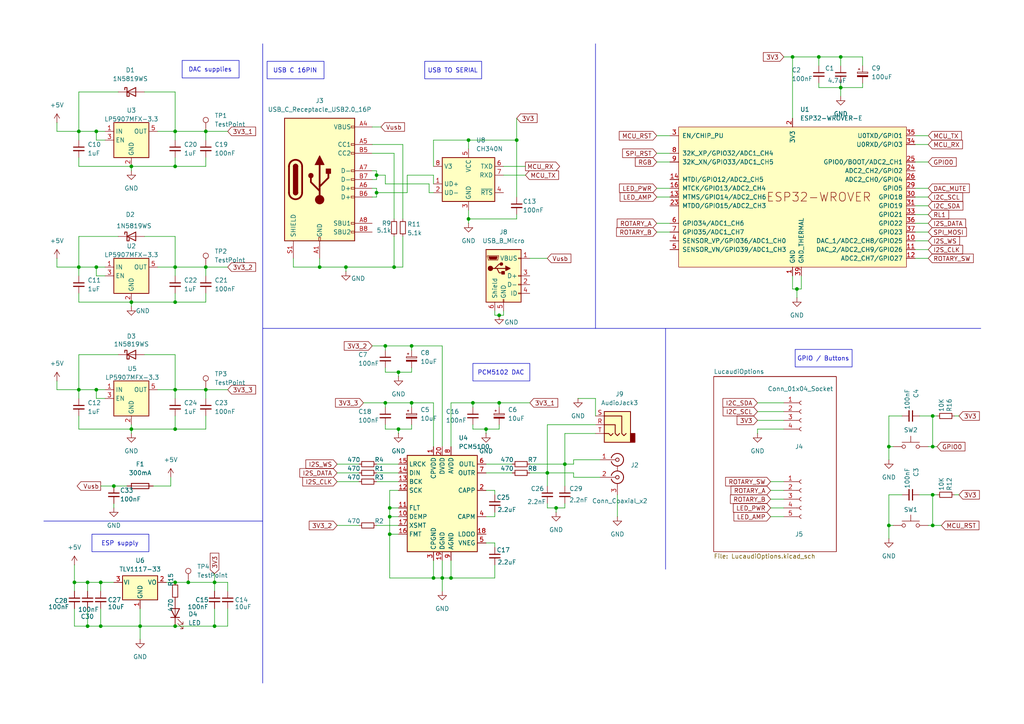
<source format=kicad_sch>
(kicad_sch (version 20231120) (generator "eeschema") (generator_version "8.0")
  (paper "A4")
  (title_block (title "LucaudioESP32") (date "2024-06-14") (rev "0.a") (comment 1 "Esp32 board running squeezelite for audio streaming"))
  (lib_symbols
    (symbol "Audio:PCM5100"
      (property "Reference" "U" (at -10.16 13.97 0))
      (property "Value" "PCM5100" (at 3.81 13.97 0))
      (symbol "PCM5100_1_1"
        (pin passive line (at -2.54 15.24 270) (length 2.54) (name "CPVDD") (number "1"))
        (pin input line (at -12.7 -5.08 0) (length 2.54) (name "DEMP") (number "10"))
        (pin input line (at -12.7 -2.54 0) (length 2.54) (name "FLT") (number "11"))
        (pin input line (at -12.7 2.54 0) (length 2.54) (name "SCK") (number "12"))
        (pin input line (at -12.7 5.08 0) (length 2.54) (name "BCK") (number "13"))
        (pin input line (at -12.7 7.62 0) (length 2.54) (name "DIN") (number "14"))
        (pin input line (at -12.7 10.16 0) (length 2.54) (name "LRCK") (number "15"))
        (pin input line (at -12.7 -10.16 0) (length 2.54) (name "FMT") (number "16"))
        (pin input line (at -12.7 -7.62 0) (length 2.54) (name "XSMT") (number "17"))
        (pin passive line (at 12.7 -10.16 180) (length 2.54) (name "LDOO") (number "18"))
        (pin power_in line (at 0 -17.78 90) (length 2.54) (name "DGND") (number "19"))
        (pin passive line (at 12.7 2.54 180) (length 2.54) (name "CAPP") (number "2"))
        (pin power_in line (at 0 15.24 270) (length 2.54) (name "DVDD") (number "20"))
        (pin power_in line (at -2.54 -17.78 90) (length 2.54) (name "CPGND") (number "3"))
        (pin passive line (at 12.7 -5.08 180) (length 2.54) (name "CAPM") (number "4"))
        (pin passive line (at 12.7 -12.7 180) (length 2.54) (name "VNEG") (number "5"))
        (pin output line (at 12.7 10.16 180) (length 2.54) (name "OUTL") (number "6"))
        (pin output line (at 12.7 7.62 180) (length 2.54) (name "OUTR") (number "7"))
        (pin power_in line (at 2.54 15.24 270) (length 2.54) (name "AVDD") (number "8"))
        (pin power_in line (at 2.54 -17.78 90) (length 2.54) (name "AGND") (number "9"))
      )
    )
    (symbol "Connector:Conn_01x04_Socket" (pin_names (offset 1.016) hide)
      (property "Reference" "J" (at 0 5.08 0))
      (property "Value" "Conn_01x04_Socket" (at 0 -7.62 0))
      (symbol "Conn_01x04_Socket_1_1"
        (pin passive line (at -5.08 2.54 0) (length 3.81) (name "Pin_1") (number "1"))
        (pin passive line (at -5.08 0 0) (length 3.81) (name "Pin_2") (number "2"))
        (pin passive line (at -5.08 -2.54 0) (length 3.81) (name "Pin_3") (number "3"))
        (pin passive line (at -5.08 -5.08 0) (length 3.81) (name "Pin_4") (number "4"))
      )
    )
    (symbol "Connector:Conn_01x05_Socket" (pin_names (offset 1.016) hide)
      (property "Reference" "J" (at 0 7.62 0))
      (property "Value" "Conn_01x05_Socket" (at 0 -7.62 0))
      (symbol "Conn_01x05_Socket_1_1"
        (pin passive line (at -5.08 5.08 0) (length 3.81) (name "Pin_1") (number "1"))
        (pin passive line (at -5.08 2.54 0) (length 3.81) (name "Pin_2") (number "2"))
        (pin passive line (at -5.08 0 0) (length 3.81) (name "Pin_3") (number "3"))
        (pin passive line (at -5.08 -2.54 0) (length 3.81) (name "Pin_4") (number "4"))
        (pin passive line (at -5.08 -5.08 0) (length 3.81) (name "Pin_5") (number "5"))
      )
    )
    (symbol "Connector:Conn_Coaxial_x2" (pin_names (offset 1.016) hide)
      (property "Reference" "J" (at 0 5.715 0))
      (property "Value" "Conn_Coaxial_x2" (at 2.921 0 90))
      (symbol "Conn_Coaxial_x2_1_1"
        (pin passive line (at -5.08 2.54 0) (length 2.54) (name "IN1") (number "1"))
        (pin passive line (at -5.08 -2.54 0) (length 2.54) (name "IN2") (number "2"))
        (pin passive line (at 0 -7.62 90) (length 2.54) (name "EXT") (number "3"))
      )
    )
    (symbol "Connector:TestPoint" (pin_numbers hide) (pin_names (offset 0.762) hide)
      (property "Reference" "TP" (at 0 6.858 0))
      (property "Value" "TestPoint" (at 0 5.08 0))
      (symbol "TestPoint_1_1"
        (pin passive line (at 0 0 90) (length 2.54) (name "1") (number "1"))
      )
    )
    (symbol "Connector:USB_B_Micro" (pin_names (offset 1.016))
      (property "Reference" "J" (at -5.08 11.43 0))
      (property "Value" "USB_B_Micro" (at -5.08 8.89 0))
      (symbol "USB_B_Micro_1_1"
        (pin power_out line (at 7.62 5.08 180) (length 2.54) (name "VBUS") (number "1"))
        (pin bidirectional line (at 7.62 -2.54 180) (length 2.54) (name "D-") (number "2"))
        (pin bidirectional line (at 7.62 0 180) (length 2.54) (name "D+") (number "3"))
        (pin passive line (at 7.62 -5.08 180) (length 2.54) (name "ID") (number "4"))
        (pin power_out line (at 0 -10.16 90) (length 2.54) (name "GND") (number "5"))
        (pin passive line (at -2.54 -10.16 90) (length 2.54) (name "Shield") (number "6"))
      )
    )
    (symbol "Connector:USB_C_Receptacle_USB2.0_16P" (pin_names (offset 1.016))
      (property "Reference" "J" (at 0 22.225 0))
      (property "Value" "USB_C_Receptacle_USB2.0_16P" (at 0 19.685 0))
      (symbol "USB_C_Receptacle_USB2.0_16P_1_1"
        (pin passive line (at 0 -22.86 90) (length 5.08) (name "GND") (number "A1"))
        (pin passive line (at 0 -22.86 90) (length 5.08) hide (name "GND") (number "A12"))
        (pin passive line (at 15.24 15.24 180) (length 5.08) (name "VBUS") (number "A4"))
        (pin bidirectional line (at 15.24 10.16 180) (length 5.08) (name "CC1") (number "A5"))
        (pin bidirectional line (at 15.24 -2.54 180) (length 5.08) (name "D+") (number "A6"))
        (pin bidirectional line (at 15.24 2.54 180) (length 5.08) (name "D-") (number "A7"))
        (pin bidirectional line (at 15.24 -12.7 180) (length 5.08) (name "SBU1") (number "A8"))
        (pin passive line (at 15.24 15.24 180) (length 5.08) hide (name "VBUS") (number "A9"))
        (pin passive line (at 0 -22.86 90) (length 5.08) hide (name "GND") (number "B1"))
        (pin passive line (at 0 -22.86 90) (length 5.08) hide (name "GND") (number "B12"))
        (pin passive line (at 15.24 15.24 180) (length 5.08) hide (name "VBUS") (number "B4"))
        (pin bidirectional line (at 15.24 7.62 180) (length 5.08) (name "CC2") (number "B5"))
        (pin bidirectional line (at 15.24 -5.08 180) (length 5.08) (name "D+") (number "B6"))
        (pin bidirectional line (at 15.24 0 180) (length 5.08) (name "D-") (number "B7"))
        (pin bidirectional line (at 15.24 -15.24 180) (length 5.08) (name "SBU2") (number "B8"))
        (pin passive line (at 15.24 15.24 180) (length 5.08) hide (name "VBUS") (number "B9"))
        (pin passive line (at -7.62 -22.86 90) (length 5.08) (name "SHIELD") (number "S1"))
      )
    )
    (symbol "Connector_Audio:AudioJack3"
      (property "Reference" "J" (at 0 8.89 0))
      (property "Value" "AudioJack3" (at 0 6.35 0))
      (symbol "AudioJack3_1_1"
        (pin passive line (at 5.08 0 180) (length 2.54) (name "~") (number "R"))
        (pin passive line (at 5.08 2.54 180) (length 2.54) (name "~") (number "S"))
        (pin passive line (at 5.08 -2.54 180) (length 2.54) (name "~") (number "T"))
      )
    )
    (symbol "Device:C_Polarized_Small" (pin_numbers hide) (pin_names (offset 0.254) hide)
      (property "Reference" "C" (at 0.254 1.778 0))
      (property "Value" "C_Polarized_Small" (at 0.254 -2.032 0))
      (symbol "C_Polarized_Small_1_1"
        (pin passive line (at 0 2.54 270) (length 1.8542) (name "~") (number "1"))
        (pin passive line (at 0 -2.54 90) (length 1.8542) (name "~") (number "2"))
      )
    )
    (symbol "Device:C_Small" (pin_numbers hide) (pin_names (offset 0.254) hide)
      (property "Reference" "C" (at 0.254 1.778 0))
      (property "Value" "C_Small" (at 0.254 -2.032 0))
      (symbol "C_Small_1_1"
        (pin passive line (at 0 2.54 270) (length 2.032) (name "~") (number "1"))
        (pin passive line (at 0 -2.54 90) (length 2.032) (name "~") (number "2"))
      )
    )
    (symbol "Device:Fuse" (pin_numbers hide) (pin_names (offset 0))
      (property "Reference" "F" (at 2.032 0 90))
      (property "Value" "Fuse" (at -1.905 0 90))
      (symbol "Fuse_1_1"
        (pin passive line (at 0 3.81 270) (length 1.27) (name "~") (number "1"))
        (pin passive line (at 0 -3.81 90) (length 1.27) (name "~") (number "2"))
      )
    )
    (symbol "Device:LED" (pin_numbers hide) (pin_names (offset 1.016) hide)
      (property "Reference" "D" (at 0 2.54 0))
      (property "Value" "LED" (at 0 -2.54 0))
      (symbol "LED_1_1"
        (pin passive line (at -3.81 0 0) (length 2.54) (name "K") (number "1"))
        (pin passive line (at 3.81 0 180) (length 2.54) (name "A") (number "2"))
      )
    )
    (symbol "Device:R_Small" (pin_numbers hide) (pin_names (offset 0.254) hide)
      (property "Reference" "R" (at 0.762 0.508 0))
      (property "Value" "R_Small" (at 0.762 -1.016 0))
      (symbol "R_Small_1_1"
        (pin passive line (at 0 2.54 270) (length 0.762) (name "~") (number "1"))
        (pin passive line (at 0 -2.54 90) (length 0.762) (name "~") (number "2"))
      )
    )
    (symbol "Diode:1N5819WS" (pin_numbers hide) (pin_names (offset 1.016) hide)
      (property "Reference" "D" (at 0 2.54 0))
      (property "Value" "1N5819WS" (at 0 -2.54 0))
      (symbol "1N5819WS_1_1"
        (pin passive line (at -3.81 0 0) (length 2.54) (name "K") (number "1"))
        (pin passive line (at 3.81 0 180) (length 2.54) (name "A") (number "2"))
      )
    )
    (symbol "Espressif:ESP32-WROVER-E" (pin_names (offset 1.016))
      (property "Reference" "U1" (at 2.1941 25.4 0))
      (property "Value" "ESP32-WROVER-E" (at 2.1941 22.86 0))
      (symbol "ESP32-WROVER-E_1_1"
        (text "ESP32-­WROVER" (at 7.62 0 0) (effects (font (size 2.54 2.54))))
        (pin power_in line (at 0 -22.86 90) (length 2.54) (name "GND") (number "1"))
        (pin bidirectional line (at 35.56 -12.7 180) (length 2.54) (name "DAC_1/ADC2_CH8/GPIO25") (number "10"))
        (pin bidirectional line (at 35.56 -15.24 180) (length 2.54) (name "DAC_2/ADC2_CH9/GPIO26") (number "11"))
        (pin bidirectional line (at 35.56 -17.78 180) (length 2.54) (name "ADC2_CH7/GPIO27") (number "12"))
        (pin bidirectional line (at -35.56 0 0) (length 2.54) (name "MTMS/GPIO14/ADC2_CH6") (number "13"))
        (pin bidirectional line (at -35.56 5.08 0) (length 2.54) (name "MTDI/GPIO12/ADC2_CH5") (number "14"))
        (pin passive line (at 0 -22.86 90) (length 2.54) hide (name "GND") (number "15"))
        (pin bidirectional line (at -35.56 2.54 0) (length 2.54) (name "MTCK/GPIO13/ADC2_CH4") (number "16"))
        (pin no_connect line (at -29.21 -22.86 90) (length 2.54) hide (name "NC") (number "17"))
        (pin no_connect line (at -8.89 -22.86 90) (length 2.54) hide (name "NC") (number "18"))
        (pin no_connect line (at -26.67 -22.86 90) (length 2.54) hide (name "NC") (number "19"))
        (pin power_in line (at 0 22.86 270) (length 2.54) (name "3V3") (number "2"))
        (pin no_connect line (at -24.13 -22.86 90) (length 2.54) hide (name "NC") (number "20"))
        (pin no_connect line (at -11.43 -22.86 90) (length 2.54) hide (name "NC") (number "21"))
        (pin no_connect line (at -13.97 -22.86 90) (length 2.54) hide (name "NC") (number "22"))
        (pin bidirectional line (at -35.56 -2.54 0) (length 2.54) (name "MTDO/GPIO15/ADC2_CH3") (number "23"))
        (pin bidirectional line (at 35.56 7.62 180) (length 2.54) (name "ADC2_CH2/GPIO2") (number "24"))
        (pin bidirectional line (at 35.56 10.16 180) (length 2.54) (name "GPIO0/BOOT/ADC2_CH1") (number "25"))
        (pin bidirectional line (at 35.56 5.08 180) (length 2.54) (name "ADC2_CH0/GPIO4") (number "26"))
        (pin no_connect line (at -16.51 -22.86 90) (length 2.54) hide (name "NC") (number "27"))
        (pin no_connect line (at -19.05 -22.86 90) (length 2.54) hide (name "NC") (number "28"))
        (pin bidirectional line (at 35.56 2.54 180) (length 2.54) (name "GPIO5") (number "29"))
        (pin input line (at -35.56 17.78 0) (length 2.54) (name "EN/CHIP_PU") (number "3"))
        (pin bidirectional line (at 35.56 0 180) (length 2.54) (name "GPIO18") (number "30"))
        (pin bidirectional line (at 35.56 -2.54 180) (length 2.54) (name "GPIO19") (number "31"))
        (pin no_connect line (at -21.59 -22.86 90) (length 2.54) hide (name "NC") (number "32"))
        (pin bidirectional line (at 35.56 -5.08 180) (length 2.54) (name "GPIO21") (number "33"))
        (pin bidirectional line (at 35.56 15.24 180) (length 2.54) (name "U0RXD/GPIO3") (number "34"))
        (pin bidirectional line (at 35.56 17.78 180) (length 2.54) (name "U0TXD/GPIO1") (number "35"))
        (pin bidirectional line (at 35.56 -7.62 180) (length 2.54) (name "GPIO22") (number "36"))
        (pin bidirectional line (at 35.56 -10.16 180) (length 2.54) (name "GPIO23") (number "37"))
        (pin passive line (at 0 -22.86 90) (length 2.54) hide (name "GND") (number "38"))
        (pin power_in line (at 2.54 -22.86 90) (length 2.54) (name "GND_THERMAL") (number "39"))
        (pin input line (at -35.56 -12.7 0) (length 2.54) (name "SENSOR_VP/GPIO36/ADC1_CH0") (number "4"))
        (pin input line (at -35.56 -15.24 0) (length 2.54) (name "SENSOR_VN/GPIO39/ADC1_CH3") (number "5"))
        (pin input line (at -35.56 -7.62 0) (length 2.54) (name "GPIO34/ADC1_CH6") (number "6"))
        (pin input line (at -35.56 -10.16 0) (length 2.54) (name "GPIO35/ADC1_CH7") (number "7"))
        (pin bidirectional line (at -35.56 12.7 0) (length 2.54) (name "32K_XP/GPIO32/ADC1_CH4") (number "8"))
        (pin bidirectional line (at -35.56 10.16 0) (length 2.54) (name "32K_XN/GPIO33/ADC1_CH5") (number "9"))
      )
    )
    (symbol "Interface_USB:CH340N"
      (property "Reference" "U" (at -7.62 6.35 0))
      (property "Value" "CH340N" (at 7.62 6.35 0))
      (symbol "CH340N_1_1"
        (pin bidirectional line (at -10.16 -2.54 0) (length 2.54) (name "UD+") (number "1"))
        (pin bidirectional line (at -10.16 -5.08 0) (length 2.54) (name "UD-") (number "2"))
        (pin power_in line (at 0 -10.16 90) (length 2.54) (name "GND") (number "3"))
        (pin output line (at 10.16 -5.08 180) (length 2.54) (name "~{RTS}") (number "4"))
        (pin power_in line (at 0 7.62 270) (length 2.54) (name "VCC") (number "5"))
        (pin output line (at 10.16 2.54 180) (length 2.54) (name "TXD") (number "6"))
        (pin input line (at 10.16 0 180) (length 2.54) (name "RXD") (number "7"))
        (pin passive line (at -10.16 2.54 0) (length 2.54) (name "V3") (number "8"))
      )
    )
    (symbol "Regulator_Linear:LP5907MFX-3.3"
      (property "Reference" "U" (at -3.81 6.35 0))
      (property "Value" "LP5907MFX-3.3" (at 6.35 6.35 0))
      (symbol "LP5907MFX-3.3_0_1"
        (pin power_in line (at -7.62 2.54 0) (length 2.54) (name "IN") (number "1"))
        (pin power_in line (at 0 -7.62 90) (length 2.54) (name "GND") (number "2"))
        (pin input line (at -7.62 0 0) (length 2.54) (name "EN") (number "3"))
        (pin no_connect line (at 5.08 0 180) (length 2.54) hide (name "NC") (number "4"))
        (pin power_out line (at 7.62 2.54 180) (length 2.54) (name "OUT") (number "5"))
      )
    )
    (symbol "Regulator_Linear:TLV1117-33" (pin_names (offset 0.254))
      (property "Reference" "U" (at -3.81 3.175 0))
      (property "Value" "TLV1117-33" (at 0 3.175 0))
      (symbol "TLV1117-33_1_1"
        (pin power_in line (at 0 -7.62 90) (length 2.54) (name "GND") (number "1"))
        (pin power_out line (at 7.62 0 180) (length 2.54) (name "VO") (number "2"))
        (pin power_in line (at -7.62 0 0) (length 2.54) (name "VI") (number "3"))
      )
    )
    (symbol "Switch:SW_Omron_B3FS" (pin_numbers hide) (pin_names (offset 1.016) hide)
      (property "Reference" "SW" (at 1.27 2.54 0))
      (property "Value" "SW_Omron_B3FS" (at 0 -1.524 0))
      (symbol "SW_Omron_B3FS_0_1"
        (pin passive line (at -5.08 0 0) (length 2.54) (name "1") (number "1"))
        (pin passive line (at 5.08 0 180) (length 2.54) (name "2") (number "2"))
      )
    )
    (symbol "power:+5V" (power) (pin_numbers hide) (pin_names (offset 0) hide)
      (property "Value" "+5V" (at 0 3.556 0))
      (symbol "+5V_1_1"
        (pin power_in line (at 0 0 90) (length 0) (name "~") (number "1"))
      )
    )
    (symbol "power:GND" (power) (pin_numbers hide) (pin_names (offset 0) hide)
      (property "Value" "GND" (at 0 -3.81 0))
      (symbol "GND_1_1"
        (pin power_in line (at 0 0 270) (length 0) (name "~") (number "1"))
      )
    )
  )
  (junction (at 62.23 168.91))
  (junction (at 50.8 181.61))
  (junction (at 38.1 48.26))
  (junction (at 111.76 116.84))
  (junction (at 59.69 38.1))
  (junction (at 128.27 167.64))
  (junction (at 130.81 167.64))
  (junction (at 50.8 48.26))
  (junction (at 113.03 149.86))
  (junction (at 100.33 77.47))
  (junction (at 54.61 168.91))
  (junction (at 109.22 55.88))
  (junction (at 144.78 91.44))
  (junction (at 22.86 113.03))
  (junction (at 229.87 16.51))
  (junction (at 25.4 168.91))
  (junction (at 33.02 140.97))
  (junction (at 50.8 124.46))
  (junction (at 270.51 120.65))
  (junction (at 21.59 168.91))
  (junction (at 50.8 77.47))
  (junction (at 158.75 137.16))
  (junction (at 137.16 116.84))
  (junction (at 50.8 113.03))
  (junction (at 270.51 129.54))
  (junction (at 27.94 113.03))
  (junction (at 38.1 124.46))
  (junction (at 119.38 116.84))
  (junction (at 243.84 16.51))
  (junction (at 59.69 77.47))
  (junction (at 62.23 181.61))
  (junction (at 111.76 100.33))
  (junction (at 161.29 147.32))
  (junction (at 59.69 113.03))
  (junction (at 115.57 107.95))
  (junction (at 40.64 181.61))
  (junction (at 29.21 181.61))
  (junction (at 125.73 167.64))
  (junction (at 149.86 40.64))
  (junction (at 243.84 25.4))
  (junction (at 119.38 100.33))
  (junction (at 257.81 152.4))
  (junction (at 109.22 50.8))
  (junction (at 270.51 152.4))
  (junction (at 92.71 77.47))
  (junction (at 27.94 77.47))
  (junction (at 113.03 147.32))
  (junction (at 257.81 129.54))
  (junction (at 50.8 87.63))
  (junction (at 270.51 143.51))
  (junction (at 115.57 124.46))
  (junction (at 113.03 154.94))
  (junction (at 22.86 77.47))
  (junction (at 114.3 77.47))
  (junction (at 22.86 38.1))
  (junction (at 50.8 38.1))
  (junction (at 38.1 87.63))
  (junction (at 27.94 38.1))
  (junction (at 50.8 168.91))
  (junction (at 144.78 116.84))
  (junction (at 135.89 63.5))
  (junction (at 163.83 134.62))
  (junction (at 237.49 16.51))
  (junction (at 29.21 168.91))
  (junction (at 25.4 181.61))
  (junction (at 135.89 40.64))
  (junction (at 231.14 83.82))
  (junction (at 140.97 124.46))
  (wire (pts (xy 29.21 181.61) (xy 25.4 181.61)))
  (wire (pts (xy 243.84 16.51) (xy 237.49 16.51)))
  (wire (pts (xy 265.43 54.61) (xy 269.24 54.61)))
  (wire (pts (xy 143.51 157.48) (xy 143.51 158.75)))
  (wire (pts (xy 144.78 123.19) (xy 144.78 124.46)))
  (wire (pts (xy 29.21 140.97) (xy 33.02 140.97)))
  (wire (pts (xy 237.49 19.05) (xy 237.49 16.51)))
  (wire (pts (xy 107.95 54.61) (xy 109.22 54.61)))
  (wire (pts (xy 50.8 68.58) (xy 50.8 77.47)))
  (wire (pts (xy 119.38 116.84) (xy 119.38 118.11)))
  (wire (pts (xy 34.29 26.67) (xy 22.86 26.67)))
  (wire (pts (xy 173.99 138.43) (xy 166.37 138.43)))
  (wire (pts (xy 66.04 168.91) (xy 66.04 171.45)))
  (wire (pts (xy 85.09 77.47) (xy 92.71 77.47)))
  (wire (pts (xy 190.5 44.45) (xy 194.31 44.45)))
  (wire (pts (xy 158.75 137.16) (xy 166.37 137.16)))
  (wire (pts (xy 109.22 137.16) (xy 115.57 137.16)))
  (wire (pts (xy 137.16 123.19) (xy 137.16 124.46)))
  (wire (pts (xy 30.48 40.64) (xy 27.94 40.64)))
  (wire (pts (xy 140.97 137.16) (xy 148.59 137.16)))
  (wire (pts (xy 265.43 39.37) (xy 269.24 39.37)))
  (wire (pts (xy 227.33 149.86) (xy 223.52 149.86)))
  (wire (pts (xy 111.76 53.34) (xy 124.46 53.34)))
  (wire (pts (xy 119.38 107.95) (xy 115.57 107.95)))
  (wire (pts (xy 27.94 80.01) (xy 27.94 77.47)))
  (wire (pts (xy 190.5 46.99) (xy 194.31 46.99)))
  (wire (pts (xy 38.1 124.46) (xy 38.1 125.73)))
  (wire (pts (xy 149.86 63.5) (xy 135.89 63.5)))
  (wire (pts (xy 137.16 116.84) (xy 130.81 116.84)))
  (wire (pts (xy 153.67 134.62) (xy 163.83 134.62)))
  (wire (pts (xy 114.3 68.58) (xy 114.3 77.47)))
  (wire (pts (xy 50.8 26.67) (xy 50.8 38.1)))
  (polyline (pts (xy 172.72 12.7) (xy 172.72 95.25)))
  (wire (pts (xy 113.03 149.86) (xy 113.03 147.32)))
  (wire (pts (xy 29.21 168.91) (xy 25.4 168.91)))
  (wire (pts (xy 34.29 68.58) (xy 22.86 68.58)))
  (wire (pts (xy 59.69 120.65) (xy 59.69 124.46)))
  (wire (pts (xy 257.81 152.4) (xy 259.08 152.4)))
  (wire (pts (xy 237.49 24.13) (xy 237.49 25.4)))
  (wire (pts (xy 128.27 100.33) (xy 128.27 129.54)))
  (wire (pts (xy 59.69 115.57) (xy 59.69 113.03)))
  (wire (pts (xy 153.67 116.84) (xy 144.78 116.84)))
  (wire (pts (xy 22.86 48.26) (xy 38.1 48.26)))
  (wire (pts (xy 41.91 26.67) (xy 50.8 26.67)))
  (wire (pts (xy 66.04 176.53) (xy 66.04 181.61)))
  (wire (pts (xy 40.64 181.61) (xy 50.8 181.61)))
  (wire (pts (xy 59.69 45.72) (xy 59.69 48.26)))
  (wire (pts (xy 135.89 60.96) (xy 135.89 63.5)))
  (wire (pts (xy 219.71 124.46) (xy 227.33 124.46)))
  (wire (pts (xy 144.78 116.84) (xy 137.16 116.84)))
  (wire (pts (xy 22.86 45.72) (xy 22.86 48.26)))
  (wire (pts (xy 229.87 16.51) (xy 229.87 34.29)))
  (wire (pts (xy 243.84 24.13) (xy 243.84 25.4)))
  (wire (pts (xy 143.51 163.83) (xy 143.51 167.64)))
  (wire (pts (xy 50.8 48.26) (xy 50.8 45.72)))
  (wire (pts (xy 97.79 139.7) (xy 104.14 139.7)))
  (wire (pts (xy 54.61 168.91) (xy 62.23 168.91)))
  (wire (pts (xy 172.72 125.73) (xy 163.83 125.73)))
  (wire (pts (xy 33.02 140.97) (xy 36.83 140.97)))
  (wire (pts (xy 59.69 40.64) (xy 59.69 38.1)))
  (wire (pts (xy 237.49 25.4) (xy 243.84 25.4)))
  (wire (pts (xy 232.41 80.01) (xy 232.41 83.82)))
  (wire (pts (xy 143.51 148.59) (xy 143.51 149.86)))
  (wire (pts (xy 111.76 116.84) (xy 111.76 118.11)))
  (wire (pts (xy 130.81 116.84) (xy 130.81 129.54)))
  (wire (pts (xy 115.57 125.73) (xy 115.57 124.46)))
  (wire (pts (xy 143.51 142.24) (xy 140.97 142.24)))
  (wire (pts (xy 59.69 38.1) (xy 66.04 38.1)))
  (wire (pts (xy 109.22 55.88) (xy 109.22 57.15)))
  (wire (pts (xy 144.78 91.44) (xy 143.51 91.44)))
  (wire (pts (xy 231.14 83.82) (xy 231.14 86.36)))
  (wire (pts (xy 250.19 19.05) (xy 250.19 16.51)))
  (wire (pts (xy 44.45 140.97) (xy 49.53 140.97)))
  (wire (pts (xy 113.03 154.94) (xy 113.03 149.86)))
  (wire (pts (xy 29.21 168.91) (xy 29.21 171.45)))
  (wire (pts (xy 143.51 167.64) (xy 130.81 167.64)))
  (wire (pts (xy 119.38 106.68) (xy 119.38 107.95)))
  (wire (pts (xy 265.43 41.91) (xy 269.24 41.91)))
  (wire (pts (xy 265.43 57.15) (xy 269.24 57.15)))
  (wire (pts (xy 109.22 55.88) (xy 118.11 55.88)))
  (polyline (pts (xy 76.2 151.13) (xy 76.2 198.12)))
  (wire (pts (xy 125.73 167.64) (xy 128.27 167.64)))
  (wire (pts (xy 59.69 77.47) (xy 59.69 80.01)))
  (wire (pts (xy 219.71 124.46) (xy 219.71 125.73)))
  (wire (pts (xy 229.87 83.82) (xy 231.14 83.82)))
  (wire (pts (xy 30.48 80.01) (xy 27.94 80.01)))
  (wire (pts (xy 111.76 100.33) (xy 111.76 101.6)))
  (wire (pts (xy 21.59 181.61) (xy 25.4 181.61)))
  (wire (pts (xy 97.79 134.62) (xy 104.14 134.62)))
  (wire (pts (xy 41.91 68.58) (xy 50.8 68.58)))
  (wire (pts (xy 111.76 107.95) (xy 115.57 107.95)))
  (wire (pts (xy 114.3 44.45) (xy 107.95 44.45)))
  (wire (pts (xy 161.29 147.32) (xy 158.75 147.32)))
  (wire (pts (xy 257.81 120.65) (xy 257.81 129.54)))
  (wire (pts (xy 22.86 113.03) (xy 22.86 115.57)))
  (wire (pts (xy 22.86 38.1) (xy 22.86 40.64)))
  (wire (pts (xy 109.22 50.8) (xy 109.22 52.07)))
  (wire (pts (xy 135.89 63.5) (xy 135.89 64.77)))
  (wire (pts (xy 167.64 115.57) (xy 172.72 115.57)))
  (wire (pts (xy 111.76 100.33) (xy 119.38 100.33)))
  (wire (pts (xy 137.16 116.84) (xy 137.16 118.11)))
  (wire (pts (xy 166.37 138.43) (xy 166.37 137.16)))
  (wire (pts (xy 125.73 48.26) (xy 125.73 40.64)))
  (wire (pts (xy 50.8 40.64) (xy 50.8 38.1)))
  (wire (pts (xy 92.71 77.47) (xy 92.71 74.93)))
  (wire (pts (xy 172.72 115.57) (xy 172.72 120.65)))
  (wire (pts (xy 116.84 41.91) (xy 107.95 41.91)))
  (wire (pts (xy 227.33 116.84) (xy 219.71 116.84)))
  (wire (pts (xy 22.86 77.47) (xy 27.94 77.47)))
  (wire (pts (xy 161.29 148.59) (xy 161.29 147.32)))
  (wire (pts (xy 85.09 74.93) (xy 85.09 77.47)))
  (wire (pts (xy 116.84 63.5) (xy 116.84 41.91)))
  (wire (pts (xy 100.33 77.47) (xy 92.71 77.47)))
  (wire (pts (xy 50.8 87.63) (xy 38.1 87.63)))
  (wire (pts (xy 190.5 57.15) (xy 194.31 57.15)))
  (wire (pts (xy 163.83 134.62) (xy 163.83 140.97)))
  (wire (pts (xy 265.43 69.85) (xy 269.24 69.85)))
  (wire (pts (xy 109.22 52.07) (xy 107.95 52.07)))
  (wire (pts (xy 124.46 55.88) (xy 125.73 55.88)))
  (wire (pts (xy 227.33 147.32) (xy 223.52 147.32)))
  (wire (pts (xy 158.75 137.16) (xy 158.75 140.97)))
  (wire (pts (xy 49.53 138.43) (xy 49.53 140.97)))
  (wire (pts (xy 25.4 168.91) (xy 21.59 168.91)))
  (wire (pts (xy 276.86 143.51) (xy 278.13 143.51)))
  (wire (pts (xy 232.41 83.82) (xy 231.14 83.82)))
  (polyline (pts (xy 76.2 95.25) (xy 284.48 95.25)))
  (wire (pts (xy 190.5 54.61) (xy 194.31 54.61)))
  (wire (pts (xy 265.43 59.69) (xy 269.24 59.69)))
  (wire (pts (xy 270.51 120.65) (xy 270.51 129.54)))
  (wire (pts (xy 21.59 168.91) (xy 21.59 163.83)))
  (wire (pts (xy 163.83 147.32) (xy 161.29 147.32)))
  (wire (pts (xy 16.51 35.56) (xy 16.51 38.1)))
  (wire (pts (xy 109.22 134.62) (xy 115.57 134.62)))
  (wire (pts (xy 128.27 162.56) (xy 128.27 167.64)))
  (wire (pts (xy 45.72 38.1) (xy 50.8 38.1)))
  (wire (pts (xy 190.5 67.31) (xy 194.31 67.31)))
  (wire (pts (xy 22.86 87.63) (xy 38.1 87.63)))
  (wire (pts (xy 130.81 162.56) (xy 130.81 167.64)))
  (polyline (pts (xy 76.2 12.7) (xy 76.2 151.13)))
  (wire (pts (xy 50.8 77.47) (xy 59.69 77.47)))
  (wire (pts (xy 59.69 85.09) (xy 59.69 87.63)))
  (wire (pts (xy 111.76 124.46) (xy 111.76 123.19)))
  (wire (pts (xy 116.84 68.58) (xy 116.84 77.47)))
  (wire (pts (xy 109.22 49.53) (xy 109.22 50.8)))
  (wire (pts (xy 250.19 25.4) (xy 250.19 24.13)))
  (wire (pts (xy 34.29 102.87) (xy 22.86 102.87)))
  (wire (pts (xy 59.69 113.03) (xy 50.8 113.03)))
  (wire (pts (xy 119.38 116.84) (xy 125.73 116.84)))
  (wire (pts (xy 111.76 50.8) (xy 111.76 53.34)))
  (wire (pts (xy 270.51 152.4) (xy 273.05 152.4)))
  (wire (pts (xy 140.97 134.62) (xy 148.59 134.62)))
  (wire (pts (xy 113.03 142.24) (xy 113.03 147.32)))
  (wire (pts (xy 38.1 48.26) (xy 50.8 48.26)))
  (wire (pts (xy 250.19 16.51) (xy 243.84 16.51)))
  (wire (pts (xy 243.84 25.4) (xy 250.19 25.4)))
  (wire (pts (xy 261.62 120.65) (xy 257.81 120.65)))
  (wire (pts (xy 16.51 77.47) (xy 22.86 77.47)))
  (wire (pts (xy 109.22 139.7) (xy 115.57 139.7)))
  (wire (pts (xy 59.69 124.46) (xy 50.8 124.46)))
  (wire (pts (xy 270.51 143.51) (xy 271.78 143.51)))
  (wire (pts (xy 143.51 91.44) (xy 143.51 90.17)))
  (wire (pts (xy 22.86 85.09) (xy 22.86 87.63)))
  (wire (pts (xy 265.43 72.39) (xy 269.24 72.39)))
  (wire (pts (xy 22.86 38.1) (xy 27.94 38.1)))
  (wire (pts (xy 143.51 143.51) (xy 143.51 142.24)))
  (wire (pts (xy 144.78 116.84) (xy 144.78 118.11)))
  (wire (pts (xy 223.52 139.7) (xy 227.33 139.7)))
  (wire (pts (xy 115.57 142.24) (xy 113.03 142.24)))
  (wire (pts (xy 125.73 116.84) (xy 125.73 129.54)))
  (wire (pts (xy 270.51 143.51) (xy 270.51 152.4)))
  (wire (pts (xy 113.03 147.32) (xy 115.57 147.32)))
  (wire (pts (xy 50.8 38.1) (xy 59.69 38.1)))
  (polyline (pts (xy 193.04 95.25) (xy 193.04 165.1)))
  (wire (pts (xy 41.91 102.87) (xy 50.8 102.87)))
  (wire (pts (xy 107.95 49.53) (xy 109.22 49.53)))
  (wire (pts (xy 158.75 147.32) (xy 158.75 146.05)))
  (wire (pts (xy 163.83 146.05) (xy 163.83 147.32)))
  (wire (pts (xy 109.22 54.61) (xy 109.22 55.88)))
  (wire (pts (xy 113.03 167.64) (xy 125.73 167.64)))
  (wire (pts (xy 22.86 26.67) (xy 22.86 38.1)))
  (wire (pts (xy 38.1 48.26) (xy 38.1 49.53)))
  (wire (pts (xy 109.22 50.8) (xy 111.76 50.8)))
  (wire (pts (xy 109.22 152.4) (xy 115.57 152.4)))
  (wire (pts (xy 158.75 74.93) (xy 153.67 74.93)))
  (wire (pts (xy 22.86 120.65) (xy 22.86 124.46)))
  (wire (pts (xy 62.23 168.91) (xy 62.23 171.45)))
  (wire (pts (xy 50.8 124.46) (xy 38.1 124.46)))
  (wire (pts (xy 48.26 168.91) (xy 50.8 168.91)))
  (wire (pts (xy 59.69 77.47) (xy 66.04 77.47)))
  (wire (pts (xy 45.72 113.03) (xy 50.8 113.03)))
  (wire (pts (xy 116.84 77.47) (xy 114.3 77.47)))
  (wire (pts (xy 257.81 129.54) (xy 259.08 129.54)))
  (wire (pts (xy 149.86 34.29) (xy 149.86 40.64)))
  (wire (pts (xy 257.81 156.21) (xy 257.81 152.4)))
  (wire (pts (xy 140.97 157.48) (xy 143.51 157.48)))
  (wire (pts (xy 125.73 40.64) (xy 135.89 40.64)))
  (wire (pts (xy 229.87 80.01) (xy 229.87 83.82)))
  (wire (pts (xy 130.81 167.64) (xy 128.27 167.64)))
  (wire (pts (xy 38.1 87.63) (xy 38.1 88.9)))
  (wire (pts (xy 140.97 124.46) (xy 140.97 125.73)))
  (wire (pts (xy 107.95 36.83) (xy 110.49 36.83)))
  (wire (pts (xy 16.51 38.1) (xy 22.86 38.1)))
  (wire (pts (xy 25.4 168.91) (xy 25.4 171.45)))
  (wire (pts (xy 243.84 19.05) (xy 243.84 16.51)))
  (wire (pts (xy 146.05 91.44) (xy 144.78 91.44)))
  (wire (pts (xy 50.8 181.61) (xy 62.23 181.61)))
  (wire (pts (xy 227.33 119.38) (xy 219.71 119.38)))
  (wire (pts (xy 265.43 62.23) (xy 269.24 62.23)))
  (wire (pts (xy 50.8 168.91) (xy 54.61 168.91)))
  (polyline (pts (xy 12.7 151.13) (xy 76.2 151.13)))
  (wire (pts (xy 16.51 74.93) (xy 16.51 77.47)))
  (wire (pts (xy 111.76 106.68) (xy 111.76 107.95)))
  (wire (pts (xy 276.86 120.65) (xy 278.13 120.65)))
  (wire (pts (xy 33.02 168.91) (xy 29.21 168.91)))
  (wire (pts (xy 40.64 176.53) (xy 40.64 181.61)))
  (wire (pts (xy 50.8 85.09) (xy 50.8 87.63)))
  (wire (pts (xy 97.79 152.4) (xy 104.14 152.4)))
  (wire (pts (xy 27.94 38.1) (xy 30.48 38.1)))
  (wire (pts (xy 27.94 113.03) (xy 30.48 113.03)))
  (wire (pts (xy 261.62 143.51) (xy 257.81 143.51)))
  (wire (pts (xy 59.69 87.63) (xy 50.8 87.63)))
  (wire (pts (xy 227.33 16.51) (xy 229.87 16.51)))
  (wire (pts (xy 111.76 116.84) (xy 119.38 116.84)))
  (wire (pts (xy 128.27 167.64) (xy 128.27 171.45)))
  (wire (pts (xy 269.24 46.99) (xy 265.43 46.99)))
  (wire (pts (xy 237.49 16.51) (xy 229.87 16.51)))
  (wire (pts (xy 166.37 134.62) (xy 166.37 133.35)))
  (wire (pts (xy 59.69 113.03) (xy 66.04 113.03)))
  (wire (pts (xy 115.57 154.94) (xy 113.03 154.94)))
  (wire (pts (xy 114.3 63.5) (xy 114.3 44.45)))
  (wire (pts (xy 149.86 40.64) (xy 135.89 40.64)))
  (wire (pts (xy 143.51 149.86) (xy 140.97 149.86)))
  (wire (pts (xy 265.43 67.31) (xy 269.24 67.31)))
  (wire (pts (xy 16.51 113.03) (xy 22.86 113.03)))
  (wire (pts (xy 146.05 50.8) (xy 152.4 50.8)))
  (wire (pts (xy 66.04 168.91) (xy 62.23 168.91)))
  (wire (pts (xy 22.86 68.58) (xy 22.86 77.47)))
  (wire (pts (xy 172.72 123.19) (xy 158.75 123.19)))
  (wire (pts (xy 50.8 113.03) (xy 50.8 115.57)))
  (wire (pts (xy 50.8 120.65) (xy 50.8 124.46)))
  (wire (pts (xy 30.48 115.57) (xy 27.94 115.57)))
  (wire (pts (xy 270.51 152.4) (xy 269.24 152.4)))
  (wire (pts (xy 149.86 62.23) (xy 149.86 63.5)))
  (wire (pts (xy 146.05 48.26) (xy 152.4 48.26)))
  (wire (pts (xy 227.33 121.92) (xy 219.71 121.92)))
  (wire (pts (xy 27.94 115.57) (xy 27.94 113.03)))
  (wire (pts (xy 144.78 124.46) (xy 140.97 124.46)))
  (wire (pts (xy 62.23 168.91) (xy 62.23 166.37)))
  (wire (pts (xy 125.73 50.8) (xy 125.73 53.34)))
  (wire (pts (xy 66.04 181.61) (xy 62.23 181.61)))
  (wire (pts (xy 118.11 55.88) (xy 118.11 50.8)))
  (wire (pts (xy 40.64 181.61) (xy 40.64 185.42)))
  (wire (pts (xy 149.86 57.15) (xy 149.86 40.64)))
  (wire (pts (xy 119.38 100.33) (xy 119.38 101.6)))
  (wire (pts (xy 100.33 77.47) (xy 100.33 78.74)))
  (wire (pts (xy 265.43 74.93) (xy 269.24 74.93)))
  (wire (pts (xy 190.5 39.37) (xy 194.31 39.37)))
  (wire (pts (xy 45.72 77.47) (xy 50.8 77.47)))
  (wire (pts (xy 190.5 64.77) (xy 194.31 64.77)))
  (wire (pts (xy 38.1 124.46) (xy 38.1 123.19)))
  (wire (pts (xy 50.8 102.87) (xy 50.8 113.03)))
  (wire (pts (xy 29.21 176.53) (xy 29.21 181.61)))
  (wire (pts (xy 114.3 77.47) (xy 100.33 77.47)))
  (wire (pts (xy 25.4 181.61) (xy 25.4 176.53)))
  (wire (pts (xy 109.22 57.15) (xy 107.95 57.15)))
  (wire (pts (xy 270.51 120.65) (xy 271.78 120.65)))
  (wire (pts (xy 243.84 25.4) (xy 243.84 27.94)))
  (wire (pts (xy 33.02 146.05) (xy 33.02 147.32)))
  (wire (pts (xy 113.03 154.94) (xy 113.03 167.64)))
  (wire (pts (xy 22.86 80.01) (xy 22.86 77.47)))
  (wire (pts (xy 115.57 149.86) (xy 113.03 149.86)))
  (wire (pts (xy 223.52 142.24) (xy 227.33 142.24)))
  (wire (pts (xy 163.83 134.62) (xy 166.37 134.62)))
  (wire (pts (xy 179.07 143.51) (xy 179.07 149.86)))
  (wire (pts (xy 22.86 113.03) (xy 27.94 113.03)))
  (wire (pts (xy 270.51 129.54) (xy 271.78 129.54)))
  (wire (pts (xy 115.57 107.95) (xy 115.57 109.22)))
  (wire (pts (xy 119.38 100.33) (xy 128.27 100.33)))
  (wire (pts (xy 137.16 124.46) (xy 140.97 124.46)))
  (wire (pts (xy 59.69 48.26) (xy 50.8 48.26)))
  (wire (pts (xy 153.67 137.16) (xy 158.75 137.16)))
  (wire (pts (xy 107.95 100.33) (xy 111.76 100.33)))
  (wire (pts (xy 50.8 77.47) (xy 50.8 80.01)))
  (wire (pts (xy 21.59 168.91) (xy 21.59 171.45)))
  (wire (pts (xy 223.52 144.78) (xy 227.33 144.78)))
  (wire (pts (xy 16.51 110.49) (xy 16.51 113.03)))
  (wire (pts (xy 21.59 176.53) (xy 21.59 181.61)))
  (wire (pts (xy 266.7 143.51) (xy 270.51 143.51)))
  (wire (pts (xy 163.83 125.73) (xy 163.83 134.62)))
  (wire (pts (xy 125.73 162.56) (xy 125.73 167.64)))
  (wire (pts (xy 29.21 181.61) (xy 40.64 181.61)))
  (wire (pts (xy 62.23 176.53) (xy 62.23 181.61)))
  (wire (pts (xy 158.75 123.19) (xy 158.75 137.16)))
  (wire (pts (xy 27.94 40.64) (xy 27.94 38.1)))
  (wire (pts (xy 266.7 120.65) (xy 270.51 120.65)))
  (wire (pts (xy 105.41 116.84) (xy 111.76 116.84)))
  (wire (pts (xy 146.05 90.17) (xy 146.05 91.44)))
  (wire (pts (xy 135.89 40.64) (xy 135.89 43.18)))
  (wire (pts (xy 119.38 123.19) (xy 119.38 124.46)))
  (wire (pts (xy 115.57 124.46) (xy 111.76 124.46)))
  (wire (pts (xy 22.86 124.46) (xy 38.1 124.46)))
  (wire (pts (xy 257.81 143.51) (xy 257.81 152.4)))
  (wire (pts (xy 166.37 133.35) (xy 173.99 133.35)))
  (wire (pts (xy 27.94 77.47) (xy 30.48 77.47)))
  (wire (pts (xy 119.38 124.46) (xy 115.57 124.46)))
  (wire (pts (xy 124.46 53.34) (xy 124.46 55.88)))
  (wire (pts (xy 97.79 137.16) (xy 104.14 137.16)))
  (wire (pts (xy 118.11 50.8) (xy 125.73 50.8)))
  (wire (pts (xy 265.43 64.77) (xy 269.24 64.77)))
  (wire (pts (xy 257.81 129.54) (xy 257.81 133.35)))
  (wire (pts (xy 270.51 129.54) (xy 269.24 129.54)))
  (wire (pts (xy 22.86 102.87) (xy 22.86 113.03)))
  (rectangle (start 26.67 154.94) (end 43.18 160.02))
  (rectangle (start 52.832 17.526) (end 69.342 22.606))
  (rectangle (start 137.16 105.41) (end 153.67 110.49))
  (rectangle (start 123.19 17.78) (end 139.7 22.86))
  (rectangle (start 230.632 101.346) (end 247.142 106.426))
  (rectangle (start 77.47 17.78) (end 93.98 22.86))
  (text "PCM5102 DAC" (at 145.288 108.204 0) (effects (font (size 1.27 1.27))))
  (text "USB C 16PIN" (at 85.598 20.574 0) (effects (font (size 1.27 1.27))))
  (text "DAC supplies" (at 60.96 20.32 0) (effects (font (size 1.27 1.27))))
  (text "GPIO / Buttons" (at 238.76 104.14 0) (effects (font (size 1.27 1.27))))
  (text "ESP supply" (at 34.798 157.734 0) (effects (font (size 1.27 1.27))))
  (text "USB TO SERIAL" (at 131.318 20.574 0) (effects (font (size 1.27 1.27))))
  (global_label "I2C_SCL" (shape input) (at 219.71 119.38 180) (property "Intersheetrefs" "${INTERSHEET_REFS}" (effects (hide yes))))
  (global_label "I2S_WS" (shape input) (at 97.79 134.62 180) (property "Intersheetrefs" "${INTERSHEET_REFS}" (effects (hide yes))))
  (global_label "3V3" (shape input) (at 149.86 34.29 0) (property "Intersheetrefs" "${INTERSHEET_REFS}" (effects (hide yes))))
  (global_label "SPI_MOSI" (shape input) (at 269.24 67.31 0) (property "Intersheetrefs" "${INTERSHEET_REFS}" (effects (hide yes))))
  (global_label "Vusb" (shape input) (at 158.75 74.93 0) (property "Intersheetrefs" "${INTERSHEET_REFS}" (effects (hide yes))))
  (global_label "3V3" (shape input) (at 278.13 143.51 0) (property "Intersheetrefs" "${INTERSHEET_REFS}" (effects (hide yes))))
  (global_label "RL1" (shape input) (at 269.24 62.23 0) (property "Intersheetrefs" "${INTERSHEET_REFS}" (effects (hide yes))))
  (global_label "MCU_RX" (shape input) (at 269.24 41.91 0) (property "Intersheetrefs" "${INTERSHEET_REFS}" (effects (hide yes))))
  (global_label "LED_AMP" (shape input) (at 223.52 149.86 180) (property "Intersheetrefs" "${INTERSHEET_REFS}" (effects (hide yes))))
  (global_label "MCU_TX" (shape input) (at 269.24 39.37 0) (property "Intersheetrefs" "${INTERSHEET_REFS}" (effects (hide yes))))
  (global_label "3V3_1" (shape input) (at 66.04 38.1 0) (property "Intersheetrefs" "${INTERSHEET_REFS}" (effects (hide yes))))
  (global_label "3V3" (shape input) (at 227.33 16.51 180) (property "Intersheetrefs" "${INTERSHEET_REFS}" (effects (hide yes))))
  (global_label "MCU_RST" (shape input) (at 190.5 39.37 180) (property "Intersheetrefs" "${INTERSHEET_REFS}" (effects (hide yes))))
  (global_label "ROTARY_A" (shape input) (at 190.5 64.77 180) (property "Intersheetrefs" "${INTERSHEET_REFS}" (effects (hide yes))))
  (global_label "Vusb" (shape output) (at 29.21 140.97 180) (property "Intersheetrefs" "${INTERSHEET_REFS}" (effects (hide yes))))
  (global_label "I2C_SDA" (shape input) (at 269.24 59.69 0) (property "Intersheetrefs" "${INTERSHEET_REFS}" (effects (hide yes))))
  (global_label "3V3_1" (shape input) (at 153.67 116.84 0) (property "Intersheetrefs" "${INTERSHEET_REFS}" (effects (hide yes))))
  (global_label "3V3" (shape input) (at 278.13 120.65 0) (property "Intersheetrefs" "${INTERSHEET_REFS}" (effects (hide yes))))
  (global_label "3V3" (shape input) (at 219.71 121.92 180) (property "Intersheetrefs" "${INTERSHEET_REFS}" (effects (hide yes))))
  (global_label "ROTARY_SW" (shape input) (at 269.24 74.93 0) (property "Intersheetrefs" "${INTERSHEET_REFS}" (effects (hide yes))))
  (global_label "MCU_RST" (shape input) (at 273.05 152.4 0) (property "Intersheetrefs" "${INTERSHEET_REFS}" (effects (hide yes))))
  (global_label "3V3" (shape input) (at 62.23 166.37 90) (property "Intersheetrefs" "${INTERSHEET_REFS}" (effects (hide yes))))
  (global_label "I2C_SCL" (shape input) (at 269.24 57.15 0) (property "Intersheetrefs" "${INTERSHEET_REFS}" (effects (hide yes))))
  (global_label "I2S_DATA" (shape input) (at 269.24 64.77 0) (property "Intersheetrefs" "${INTERSHEET_REFS}" (effects (hide yes))))
  (global_label "GPIO0" (shape input) (at 271.78 129.54 0) (property "Intersheetrefs" "${INTERSHEET_REFS}" (effects (hide yes))))
  (global_label "I2S_CLK" (shape input) (at 269.24 72.39 0) (property "Intersheetrefs" "${INTERSHEET_REFS}" (effects (hide yes))))
  (global_label "MCU_RX" (shape output) (at 152.4 48.26 0) (property "Intersheetrefs" "${INTERSHEET_REFS}" (effects (hide yes))))
  (global_label "Vusb" (shape input) (at 110.49 36.83 0) (property "Intersheetrefs" "${INTERSHEET_REFS}" (effects (hide yes))))
  (global_label "I2S_CLK" (shape input) (at 97.79 139.7 180) (property "Intersheetrefs" "${INTERSHEET_REFS}" (effects (hide yes))))
  (global_label "LED_AMP" (shape input) (at 190.5 57.15 180) (property "Intersheetrefs" "${INTERSHEET_REFS}" (effects (hide yes))))
  (global_label "RGB" (shape input) (at 190.5 46.99 180) (property "Intersheetrefs" "${INTERSHEET_REFS}" (effects (hide yes))))
  (global_label "3V3_2" (shape input) (at 66.04 77.47 0) (property "Intersheetrefs" "${INTERSHEET_REFS}" (effects (hide yes))))
  (global_label "LED_PWR" (shape input) (at 223.52 147.32 180) (property "Intersheetrefs" "${INTERSHEET_REFS}" (effects (hide yes))))
  (global_label "LED_PWR" (shape input) (at 190.5 54.61 180) (property "Intersheetrefs" "${INTERSHEET_REFS}" (effects (hide yes))))
  (global_label "GPIO0" (shape input) (at 269.24 46.99 0) (property "Intersheetrefs" "${INTERSHEET_REFS}" (effects (hide yes))))
  (global_label "3V3_2" (shape input) (at 97.79 152.4 180) (property "Intersheetrefs" "${INTERSHEET_REFS}" (effects (hide yes))))
  (global_label "I2S_WS" (shape input) (at 269.24 69.85 0) (property "Intersheetrefs" "${INTERSHEET_REFS}" (effects (hide yes))))
  (global_label "I2S_DATA" (shape input) (at 97.79 137.16 180) (property "Intersheetrefs" "${INTERSHEET_REFS}" (effects (hide yes))))
  (global_label "ROTARY_SW" (shape input) (at 223.52 139.7 180) (property "Intersheetrefs" "${INTERSHEET_REFS}" (effects (hide yes))))
  (global_label "3V3_3" (shape input) (at 66.04 113.03 0) (property "Intersheetrefs" "${INTERSHEET_REFS}" (effects (hide yes))))
  (global_label "I2C_SDA" (shape input) (at 219.71 116.84 180) (property "Intersheetrefs" "${INTERSHEET_REFS}" (effects (hide yes))))
  (global_label "ROTARY_B" (shape input) (at 223.52 144.78 180) (property "Intersheetrefs" "${INTERSHEET_REFS}" (effects (hide yes))))
  (global_label "DAC_MUTE" (shape input) (at 269.24 54.61 0) (property "Intersheetrefs" "${INTERSHEET_REFS}" (effects (hide yes))))
  (global_label "ROTARY_A" (shape input) (at 223.52 142.24 180) (property "Intersheetrefs" "${INTERSHEET_REFS}" (effects (hide yes))))
  (global_label "ROTARY_B" (shape input) (at 190.5 67.31 180) (property "Intersheetrefs" "${INTERSHEET_REFS}" (effects (hide yes))))
  (global_label "MCU_TX" (shape input) (at 152.4 50.8 0) (property "Intersheetrefs" "${INTERSHEET_REFS}" (effects (hide yes))))
  (global_label "3V3_2" (shape input) (at 107.95 100.33 180) (property "Intersheetrefs" "${INTERSHEET_REFS}" (effects (hide yes))))
  (global_label "SPI_RST" (shape input) (at 190.5 44.45 180) (property "Intersheetrefs" "${INTERSHEET_REFS}" (effects (hide yes))))
  (global_label "3V3_3" (shape input) (at 105.41 116.84 180) (property "Intersheetrefs" "${INTERSHEET_REFS}" (effects (hide yes))))
  (symbol (lib_id "Device:R_Small") (at 151.13 137.16 90) (unit 1)
    (property "Reference" "R8" (at 154.432 135.89 90))
    (property "Value" "470" (at 147.066 135.89 90))
    (property "Footprint" "Resistor_SMD:R_0805_2012Metric_Pad1.20x1.40mm_HandSolder" (effects (hide yes)))
    (property "Description" "Resistor, small symbol" (effects (hide yes)))
  )
  (symbol (lib_id "power:GND") (at 144.78 91.44 0) (unit 1)
    (property "Reference" "#PWR010" (effects (hide yes)))
    (property "Value" "GND" (at 148.336 93.472 0))
    (property "Description" "Power symbol creates a global label with name \"GND\" , ground" (effects (hide yes)))
  )
  (symbol (lib_id "Device:C_Small") (at 237.49 21.59 0) (unit 1)
    (property "Reference" "C2" (at 229.616 20.32 0) (effects (justify left)))
    (property "Value" "100nF" (at 229.616 22.86 0) (effects (justify left)))
    (property "Footprint" "Capacitor_SMD:C_0805_2012Metric_Pad1.18x1.45mm_HandSolder" (effects (hide yes)))
    (property "Description" "Unpolarized capacitor, small symbol" (effects (hide yes)))
  )
  (symbol (lib_id "Device:R_Small") (at 50.8 171.45 180) (unit 1)
    (property "Reference" "R15" (at 49.53 168.148 90))
    (property "Value" "470" (at 49.53 175.514 90))
    (property "Footprint" "Resistor_SMD:R_0805_2012Metric_Pad1.20x1.40mm_HandSolder" (effects (hide yes)))
    (property "Description" "Resistor, small symbol" (effects (hide yes)))
  )
  (symbol (lib_id "power:GND") (at 40.64 185.42 0) (unit 1)
    (property "Reference" "#PWR0121" (effects (hide yes)))
    (property "Value" "GND" (at 40.64 190.5 0))
    (property "Description" "Power symbol creates a global label with name \"GND\" , ground" (effects (hide yes)))
  )
  (symbol (lib_id "Device:C_Small") (at 163.83 143.51 0) (unit 1)
    (property "Reference" "C29" (at 165.1 141.732 0) (effects (justify left)))
    (property "Value" "2.2nF" (at 165.1 145.034 0) (effects (justify left)))
    (property "Footprint" "Capacitor_SMD:C_0805_2012Metric_Pad1.18x1.45mm_HandSolder" (effects (hide yes)))
    (property "Description" "Unpolarized capacitor, small symbol" (effects (hide yes)))
  )
  (symbol (lib_id "Regulator_Linear:LP5907MFX-3.3") (at 38.1 40.64 0) (unit 1)
    (property "Reference" "U3" (at 38.1 32.004 0))
    (property "Value" "LP5907MFX-3.3" (at 38.1 34.544 0))
    (property "Footprint" "Package_TO_SOT_SMD:SOT-23-5" (effects (hide yes)))
    (property "Datasheet" "http://www.ti.com/lit/ds/symlink/lp5907.pdf" (effects (hide yes)))
    (property "Description" "250-mA Ultra-Low-Noise Low-IQ LDO, 3.3V, SOT-23" (effects (hide yes)))
  )
  (symbol (lib_id "Diode:1N5819WS") (at 38.1 68.58 0) (unit 1)
    (property "Reference" "D2" (at 37.7825 62.23 0))
    (property "Value" "1N5819WS" (at 38.862 65.532 0))
    (property "Footprint" "Diode_SMD:D_SOD-323_HandSoldering" (effects (hide yes)))
    (property "Datasheet" "https://datasheet.lcsc.com/lcsc/2204281430_Guangdong-Hottech-1N5819WS_C191023.pdf" (effects (hide yes)))
    (property "Description" "40V 600mV@1A 1A SOD-323 Schottky Barrier Diodes, SOD-323" (effects (hide yes)))
  )
  (symbol (lib_id "Diode:1N5819WS") (at 38.1 102.87 0) (unit 1)
    (property "Reference" "D3" (at 38.1 97.536 0))
    (property "Value" "1N5819WS" (at 38.1 99.822 0))
    (property "Footprint" "Diode_SMD:D_SOD-323_HandSoldering" (effects (hide yes)))
    (property "Datasheet" "https://datasheet.lcsc.com/lcsc/2204281430_Guangdong-Hottech-1N5819WS_C191023.pdf" (effects (hide yes)))
    (property "Description" "40V 600mV@1A 1A SOD-323 Schottky Barrier Diodes, SOD-323" (effects (hide yes)))
  )
  (symbol (lib_id "Device:C_Small") (at 50.8 82.55 0) (unit 1)
    (property "Reference" "C22" (at 53.34 81.2862 0) (effects (justify left)))
    (property "Value" "1uF" (at 53.34 83.8262 0) (effects (justify left)))
    (property "Footprint" "Capacitor_SMD:C_0805_2012Metric" (effects (hide yes)))
    (property "Description" "Unpolarized capacitor, small symbol" (effects (hide yes)))
  )
  (symbol (lib_id "power:GND") (at 115.57 109.22 0) (unit 1)
    (property "Reference" "#PWR0104" (effects (hide yes)))
    (property "Value" "GND" (at 115.57 114.3 0))
    (property "Description" "Power symbol creates a global label with name \"GND\" , ground" (effects (hide yes)))
  )
  (symbol (lib_id "Espressif:ESP32-WROVER-E") (at 229.87 57.15 0) (unit 1)
    (property "Reference" "U1" (at 232.0641 31.75 0) (effects (justify left)))
    (property "Value" "ESP32-WROVER-E" (at 232.0641 34.29 0) (effects (justify left)))
    (property "Footprint" "Espressif:ESP32-WROVER-E" (effects (hide yes)))
    (property "Datasheet" "https://www.espressif.com/sites/default/files/documentation/esp32-wrover-e_esp32-wrover-ie_datasheet_en.pdf" (effects (hide yes)))
    (property "Description" "ESP32-WROVER-E and ESP32-WROVER-IE are two powerful, generic WiFi-BT-BLE MCU modules that target a wide variety of applications, ranging from low-power sensor networks to the most demanding tasks, such as voice encoding, music streaming and MP3 decoding. ESP32-WROVER-E comes with a PCB antenna, and ESP32-WROVER-IE with an IPEX antenna. They both featurea 4 MB external SPI flash and an additional 8 MB SPI Pseudo static RAM (PSRAM)." (effects (hide yes)))
  )
  (symbol (lib_id "Connector:USB_C_Receptacle_USB2.0_16P") (at 92.71 52.07 0) (unit 1)
    (property "Reference" "J3" (at 92.71 29.21 0))
    (property "Value" "USB_C_Receptacle_USB2.0_16P" (at 92.71 31.75 0))
    (property "Footprint" "Connector_USB:USB_C_Receptacle_G-Switch_GT-USB-7010ASV" (effects (hide yes)))
    (property "Datasheet" "https://www.usb.org/sites/default/files/documents/usb_type-c.zip" (effects (hide yes)))
    (property "Description" "USB 2.0-only 16P Type-C Receptacle connector" (effects (hide yes)))
  )
  (symbol (lib_id "Device:C_Polarized_Small") (at 250.19 21.59 0) (unit 1)
    (property "Reference" "C9" (at 252.73 19.7738 0) (effects (justify left)))
    (property "Value" "100uF" (at 252.73 22.3138 0) (effects (justify left)))
    (property "Footprint" "Capacitor_SMD:CP_Elec_5x4.5" (effects (hide yes)))
    (property "Description" "Polarized capacitor, small symbol" (effects (hide yes)))
  )
  (symbol (lib_id "Device:C_Small") (at 158.75 143.51 0) (unit 1)
    (property "Reference" "C26" (at 153.924 141.732 0) (effects (justify left)))
    (property "Value" "2.2nF" (at 152.908 145.542 0) (effects (justify left)))
    (property "Footprint" "Capacitor_SMD:C_0805_2012Metric_Pad1.18x1.45mm_HandSolder" (effects (hide yes)))
    (property "Description" "Unpolarized capacitor, small symbol" (effects (hide yes)))
  )
  (symbol (lib_id "Device:C_Small") (at 22.86 118.11 0) (unit 1)
    (property "Reference" "C12" (at 25.4 116.8462 0) (effects (justify left)))
    (property "Value" "1uF" (at 25.4 119.3862 0) (effects (justify left)))
    (property "Footprint" "Capacitor_SMD:C_0805_2012Metric" (effects (hide yes)))
    (property "Description" "Unpolarized capacitor, small symbol" (effects (hide yes)))
  )
  (symbol (lib_id "power:GND") (at 161.29 148.59 0) (unit 1)
    (property "Reference" "#PWR0112" (effects (hide yes)))
    (property "Value" "GND" (at 161.29 153.67 0))
    (property "Description" "Power symbol creates a global label with name \"GND\" , ground" (effects (hide yes)))
  )
  (symbol (lib_id "power:GND") (at 140.97 125.73 0) (unit 1)
    (property "Reference" "#PWR0123" (effects (hide yes)))
    (property "Value" "GND" (at 140.97 130.81 0))
    (property "Description" "Power symbol creates a global label with name \"GND\" , ground" (effects (hide yes)))
  )
  (symbol (lib_id "Device:C_Small") (at 62.23 173.99 0) (unit 1)
    (property "Reference" "C15" (at 56.642 173.99 0) (effects (justify left)))
    (property "Value" "100nF" (at 54.356 176.022 0) (effects (justify left)))
    (property "Footprint" "Capacitor_SMD:C_0805_2012Metric" (effects (hide yes)))
    (property "Description" "Unpolarized capacitor, small symbol" (effects (hide yes)))
  )
  (symbol (lib_id "Switch:SW_Omron_B3FS") (at 264.16 152.4 0) (unit 1)
    (property "Reference" "SW1" (at 264.16 147.828 0))
    (property "Value" "SW_Omron_B3FS" (effects (hide yes)))
    (property "Footprint" "Button_Switch_SMD:SW_SPST_Omron_B3FS-100xP" (effects (hide yes)))
    (property "Datasheet" "https://omronfs.omron.com/en_US/ecb/products/pdf/en-b3fs.pdf" (effects (hide yes)))
    (property "Description" "Omron B3FS 6x6mm single pole normally-open tactile switch" (effects (hide yes)))
  )
  (symbol (lib_id "Device:C_Small") (at 66.04 173.99 0) (unit 1)
    (property "Reference" "C14" (at 68.072 173.99 0) (effects (justify left)))
    (property "Value" "10uF" (at 68.072 176.022 0) (effects (justify left)))
    (property "Footprint" "Capacitor_SMD:C_0805_2012Metric" (effects (hide yes)))
    (property "Description" "Unpolarized capacitor, small symbol" (effects (hide yes)))
  )
  (symbol (lib_id "power:GND") (at 219.71 125.73 0) (unit 1)
    (property "Reference" "#PWR01" (effects (hide yes)))
    (property "Value" "GND" (at 219.71 130.81 0))
    (property "Description" "Power symbol creates a global label with name \"GND\" , ground" (effects (hide yes)))
  )
  (symbol (lib_id "Device:R_Small") (at 274.32 143.51 270) (unit 1)
    (property "Reference" "R12" (at 275.336 138.43 0) (effects (justify left)))
    (property "Value" "10K" (at 273.05 138.43 0) (effects (justify left)))
    (property "Footprint" "Resistor_SMD:R_0805_2012Metric_Pad1.20x1.40mm_HandSolder" (effects (hide yes)))
    (property "Description" "Resistor, small symbol" (effects (hide yes)))
  )
  (symbol (lib_id "Device:C_Small") (at 143.51 161.29 0) (unit 1)
    (property "Reference" "C17" (at 144.018 159.512 0) (effects (justify left)))
    (property "Value" "2.2uF" (at 144.272 163.068 0) (effects (justify left)))
    (property "Footprint" "Capacitor_SMD:C_0805_2012Metric_Pad1.18x1.45mm_HandSolder" (effects (hide yes)))
    (property "Description" "Unpolarized capacitor, small symbol" (effects (hide yes)))
  )
  (symbol (lib_id "Connector:TestPoint") (at 54.61 168.91 0) (unit 1)
    (property "Reference" "TP4" (at 57.15 164.3379 0) (effects (justify left)))
    (property "Value" "TestPoint" (at 57.15 166.8779 0) (effects (justify left)))
    (property "Footprint" "TestPoint:TestPoint_Pad_1.0x1.0mm" (effects (hide yes)))
    (property "Description" "test point" (effects (hide yes)))
  )
  (symbol (lib_id "power:GND") (at 38.1 125.73 0) (unit 1)
    (property "Reference" "#PWR0118" (effects (hide yes)))
    (property "Value" "GND" (at 38.1 130.81 0))
    (property "Description" "Power symbol creates a global label with name \"GND\" , ground" (effects (hide yes)))
  )
  (symbol (lib_id "power:GND") (at 179.07 149.86 0) (unit 1)
    (property "Reference" "#PWR0113" (effects (hide yes)))
    (property "Value" "GND" (at 179.07 154.94 0))
    (property "Description" "Power symbol creates a global label with name \"GND\" , ground" (effects (hide yes)))
  )
  (symbol (lib_id "Connector:TestPoint") (at 59.69 77.47 0) (unit 1)
    (property "Reference" "TP2" (at 62.23 72.8979 0) (effects (justify left)))
    (property "Value" "TestPoint" (at 62.23 75.4379 0) (effects (justify left)))
    (property "Footprint" "TestPoint:TestPoint_Pad_1.0x1.0mm" (effects (hide yes)))
    (property "Description" "test point" (effects (hide yes)))
  )
  (symbol (lib_id "Regulator_Linear:TLV1117-33") (at 40.64 168.91 0) (unit 1)
    (property "Reference" "U6" (at 40.64 162.56 0))
    (property "Value" "TLV1117-33" (at 40.64 165.1 0))
    (property "Footprint" "Package_TO_SOT_SMD:SOT-223-3_TabPin2" (effects (hide yes)))
    (property "Datasheet" "http://www.ti.com/lit/ds/symlink/tlv1117.pdf" (effects (hide yes)))
    (property "Description" "800mA Low-Dropout Linear Regulator, 3.3V fixed output, TO-220/TO-252/TO-263/SOT-223" (effects (hide yes)))
  )
  (symbol (lib_id "Connector:TestPoint") (at 59.69 113.03 0) (unit 1)
    (property "Reference" "TP3" (at 62.23 108.4579 0) (effects (justify left)))
    (property "Value" "TestPoint" (at 62.23 110.9979 0) (effects (justify left)))
    (property "Footprint" "TestPoint:TestPoint_Pad_1.0x1.0mm" (effects (hide yes)))
    (property "Description" "test point" (effects (hide yes)))
  )
  (symbol (lib_id "Connector:USB_B_Micro") (at 146.05 80.01 0) (unit 1)
    (property "Reference" "J8" (at 146.05 67.31 0))
    (property "Value" "USB_B_Micro" (at 146.05 69.85 0))
    (property "Footprint" "Connector_USB:USB_Micro-B_Molex-105017-0001" (effects (hide yes)))
    (property "Description" "USB Micro Type B connector" (effects (hide yes)))
  )
  (symbol (lib_id "power:+5V") (at 49.53 138.43 0) (unit 1)
    (property "Reference" "#PWR02" (effects (hide yes)))
    (property "Value" "+5V" (at 49.53 133.35 0))
    (property "Description" "Power symbol creates a global label with name \"+5V\"" (effects (hide yes)))
  )
  (symbol (lib_id "power:GND") (at 38.1 49.53 0) (unit 1)
    (property "Reference" "#PWR0101" (effects (hide yes)))
    (property "Value" "GND" (at 38.1 54.61 0))
    (property "Description" "Power symbol creates a global label with name \"GND\" , ground" (effects (hide yes)))
  )
  (symbol (lib_id "Connector:TestPoint") (at 59.69 38.1 0) (unit 1)
    (property "Reference" "TP1" (at 62.23 33.5279 0) (effects (justify left)))
    (property "Value" "TestPoint" (at 62.23 36.0679 0) (effects (justify left)))
    (property "Footprint" "TestPoint:TestPoint_Pad_1.0x1.0mm" (effects (hide yes)))
    (property "Description" "test point" (effects (hide yes)))
  )
  (symbol (lib_id "Device:R_Small") (at 106.68 152.4 90) (unit 1)
    (property "Reference" "R2" (at 109.982 151.13 90))
    (property "Value" "470" (at 102.616 151.13 90))
    (property "Footprint" "Resistor_SMD:R_0805_2012Metric_Pad1.20x1.40mm_HandSolder" (effects (hide yes)))
    (property "Description" "Resistor, small symbol" (effects (hide yes)))
  )
  (symbol (lib_id "Device:C_Small") (at 21.59 173.99 0) (unit 1)
    (property "Reference" "C28" (at 15.748 174.244 0) (effects (justify left)))
    (property "Value" "100nF" (at 13.97 176.022 0) (effects (justify left)))
    (property "Footprint" "Capacitor_SMD:C_0805_2012Metric" (effects (hide yes)))
    (property "Description" "Unpolarized capacitor, small symbol" (effects (hide yes)))
  )
  (symbol (lib_id "Device:C_Small") (at 59.69 43.18 0) (unit 1)
    (property "Reference" "C19" (at 62.23 41.9162 0) (effects (justify left)))
    (property "Value" "100nF" (at 62.23 44.4562 0) (effects (justify left)))
    (property "Footprint" "Capacitor_SMD:C_0805_2012Metric" (effects (hide yes)))
    (property "Description" "Unpolarized capacitor, small symbol" (effects (hide yes)))
  )
  (symbol (lib_id "Device:C_Small") (at 143.51 146.05 0) (unit 1)
    (property "Reference" "C25" (at 144.018 144.272 0) (effects (justify left)))
    (property "Value" "2.2uF" (at 144.272 147.828 0) (effects (justify left)))
    (property "Footprint" "Capacitor_SMD:C_0805_2012Metric_Pad1.18x1.45mm_HandSolder" (effects (hide yes)))
    (property "Description" "Unpolarized capacitor, small symbol" (effects (hide yes)))
  )
  (symbol (lib_id "Device:C_Small") (at 22.86 82.55 0) (unit 1)
    (property "Reference" "C11" (at 25.4 81.2862 0) (effects (justify left)))
    (property "Value" "1uF" (at 25.4 83.8262 0) (effects (justify left)))
    (property "Footprint" "Capacitor_SMD:C_0805_2012Metric" (effects (hide yes)))
    (property "Description" "Unpolarized capacitor, small symbol" (effects (hide yes)))
  )
  (symbol (lib_id "Device:C_Small") (at 59.69 82.55 0) (unit 1)
    (property "Reference" "C21" (at 62.23 81.2862 0) (effects (justify left)))
    (property "Value" "100nF" (at 62.23 83.8262 0) (effects (justify left)))
    (property "Footprint" "Capacitor_SMD:C_0805_2012Metric" (effects (hide yes)))
    (property "Description" "Unpolarized capacitor, small symbol" (effects (hide yes)))
  )
  (symbol (lib_id "Connector:Conn_01x05_Socket") (at 232.41 144.78 0) (unit 1)
    (property "Reference" "J5" (at 231.775 154.94 0))
    (property "Value" "Conn_01x05_Socket" (effects (hide yes)))
    (property "Footprint" "Connector_PinSocket_2.54mm:PinSocket_1x05_P2.54mm_Vertical" (effects (hide yes)))
    (property "Description" "Generic connector, single row, 01x05, script generated" (effects (hide yes)))
  )
  (symbol (lib_id "Device:R_Small") (at 106.68 137.16 90) (unit 1)
    (property "Reference" "R1" (at 109.982 135.89 90))
    (property "Value" "470" (at 102.616 135.89 90))
    (property "Footprint" "Resistor_SMD:R_0805_2012Metric_Pad1.20x1.40mm_HandSolder" (effects (hide yes)))
    (property "Description" "Resistor, small symbol" (effects (hide yes)))
  )
  (symbol (lib_id "Connector_Audio:AudioJack3") (at 177.8 123.19 0) (mirror y) (unit 1)
    (property "Reference" "J9" (at 179.705 114.3 0))
    (property "Value" "AudioJack3" (at 179.705 116.84 0))
    (property "Footprint" "Connector_JST:JST_EH_B3B-EH-A_1x03_P2.50mm_Vertical" (effects (hide yes)))
    (property "Description" "Audio Jack, 3 Poles (Stereo / TRS)" (effects (hide yes)))
  )
  (symbol (lib_id "Device:C_Small") (at 22.86 43.18 0) (unit 1)
    (property "Reference" "C10" (at 25.4 41.9162 0) (effects (justify left)))
    (property "Value" "1uF" (at 25.4 44.4562 0) (effects (justify left)))
    (property "Footprint" "Capacitor_SMD:C_0805_2012Metric" (effects (hide yes)))
    (property "Description" "Unpolarized capacitor, small symbol" (effects (hide yes)))
  )
  (symbol (lib_id "power:GND") (at 100.33 78.74 0) (unit 1)
    (property "Reference" "#PWR0106" (effects (hide yes)))
    (property "Value" "GND" (at 103.886 80.772 0))
    (property "Description" "Power symbol creates a global label with name \"GND\" , ground" (effects (hide yes)))
  )
  (symbol (lib_id "power:GND") (at 33.02 147.32 0) (unit 1)
    (property "Reference" "#PWR012" (effects (hide yes)))
    (property "Value" "GND" (at 33.02 152.4 0))
    (property "Description" "Power symbol creates a global label with name \"GND\" , ground" (effects (hide yes)))
  )
  (symbol (lib_id "Device:C_Small") (at 25.4 173.99 0) (unit 1)
    (property "Reference" "C30" (at 23.368 178.816 0) (effects (justify left)))
    (property "Value" "100nF" (at 22.606 176.784 0) (effects (justify left)))
    (property "Footprint" "Capacitor_SMD:C_0805_2012Metric" (effects (hide yes)))
    (property "Description" "Unpolarized capacitor, small symbol" (effects (hide yes)))
  )
  (symbol (lib_id "Device:C_Small") (at 264.16 143.51 270) (unit 1)
    (property "Reference" "C3" (at 265.684 135.636 0) (effects (justify left)))
    (property "Value" "100nF" (at 263.144 135.636 0) (effects (justify left)))
    (property "Footprint" "Capacitor_SMD:C_0805_2012Metric" (effects (hide yes)))
    (property "Description" "Unpolarized capacitor, small symbol" (effects (hide yes)))
  )
  (symbol (lib_id "Device:C_Polarized_Small") (at 119.38 104.14 0) (unit 1)
    (property "Reference" "C8" (at 121.92 102.3238 0) (effects (justify left)))
    (property "Value" "10uF" (at 121.92 104.8638 0) (effects (justify left)))
    (property "Footprint" "Capacitor_SMD:CP_Elec_5x4.5" (effects (hide yes)))
    (property "Description" "Polarized capacitor, small symbol" (effects (hide yes)))
  )
  (symbol (lib_id "power:GND") (at 257.81 133.35 0) (unit 1)
    (property "Reference" "#PWR0110" (effects (hide yes)))
    (property "Value" "GND" (at 257.81 138.43 0))
    (property "Description" "Power symbol creates a global label with name \"GND\" , ground" (effects (hide yes)))
  )
  (symbol (lib_id "Connector:Conn_01x04_Socket") (at 232.41 119.38 0) (unit 1)
    (property "Reference" "J4" (at 231.775 129.54 0))
    (property "Value" "Conn_01x04_Socket" (at 232.156 112.776 0))
    (property "Footprint" "Connector_PinSocket_2.54mm:PinSocket_1x04_P2.54mm_Vertical" (effects (hide yes)))
    (property "Description" "Generic connector, single row, 01x04, script generated" (effects (hide yes)))
  )
  (symbol (lib_id "power:+5V") (at 16.51 74.93 0) (unit 1)
    (property "Reference" "#PWR0108" (effects (hide yes)))
    (property "Value" "+5V" (at 16.51 69.85 0))
    (property "Description" "Power symbol creates a global label with name \"+5V\"" (effects (hide yes)))
  )
  (symbol (lib_id "Switch:SW_Omron_B3FS") (at 264.16 129.54 0) (unit 1)
    (property "Reference" "SW2" (at 264.16 124.714 0))
    (property "Value" "SW_Omron_B3FS" (effects (hide yes)))
    (property "Footprint" "Button_Switch_SMD:SW_SPST_Omron_B3FS-100xP" (effects (hide yes)))
    (property "Datasheet" "https://omronfs.omron.com/en_US/ecb/products/pdf/en-b3fs.pdf" (effects (hide yes)))
    (property "Description" "Omron B3FS 6x6mm single pole normally-open tactile switch" (effects (hide yes)))
  )
  (symbol (lib_id "power:+5V") (at 21.59 163.83 0) (unit 1)
    (property "Reference" "#PWR0120" (effects (hide yes)))
    (property "Value" "+5V" (at 21.59 158.75 0))
    (property "Description" "Power symbol creates a global label with name \"+5V\"" (effects (hide yes)))
  )
  (symbol (lib_id "power:GND") (at 128.27 171.45 0) (unit 1)
    (property "Reference" "#PWR0119" (effects (hide yes)))
    (property "Value" "GND" (at 128.27 176.53 0))
    (property "Description" "Power symbol creates a global label with name \"GND\" , ground" (effects (hide yes)))
  )
  (symbol (lib_id "Diode:1N5819WS") (at 38.1 26.67 0) (unit 1)
    (property "Reference" "D1" (at 37.7825 20.32 0))
    (property "Value" "1N5819WS" (at 37.7825 22.86 0))
    (property "Footprint" "Diode_SMD:D_SOD-323_HandSoldering" (effects (hide yes)))
    (property "Datasheet" "https://datasheet.lcsc.com/lcsc/2204281430_Guangdong-Hottech-1N5819WS_C191023.pdf" (effects (hide yes)))
    (property "Description" "40V 600mV@1A 1A SOD-323 Schottky Barrier Diodes, SOD-323" (effects (hide yes)))
  )
  (symbol (lib_id "Device:C_Small") (at 50.8 118.11 0) (unit 1)
    (property "Reference" "C24" (at 53.34 116.8462 0) (effects (justify left)))
    (property "Value" "1uF" (at 53.34 119.3862 0) (effects (justify left)))
    (property "Footprint" "Capacitor_SMD:C_0805_2012Metric" (effects (hide yes)))
    (property "Description" "Unpolarized capacitor, small symbol" (effects (hide yes)))
  )
  (symbol (lib_id "Device:C_Small") (at 59.69 118.11 0) (unit 1)
    (property "Reference" "C23" (at 62.23 116.8462 0) (effects (justify left)))
    (property "Value" "100nF" (at 62.23 119.3862 0) (effects (justify left)))
    (property "Footprint" "Capacitor_SMD:C_0805_2012Metric" (effects (hide yes)))
    (property "Description" "Unpolarized capacitor, small symbol" (effects (hide yes)))
  )
  (symbol (lib_id "Device:C_Small") (at 243.84 21.59 0) (unit 1)
    (property "Reference" "C1" (at 239.268 19.812 0) (effects (justify left)))
    (property "Value" "4.7uF" (at 240.03 23.368 0) (effects (justify left)))
    (property "Footprint" "Capacitor_SMD:C_0805_2012Metric_Pad1.18x1.45mm_HandSolder" (effects (hide yes)))
    (property "Description" "Unpolarized capacitor, small symbol" (effects (hide yes)))
  )
  (symbol (lib_id "Device:LED") (at 50.8 177.8 90) (unit 1)
    (property "Reference" "D4" (at 54.61 178.1174 90) (effects (justify right)))
    (property "Value" "LED" (at 54.61 180.6574 90) (effects (justify right)))
    (property "Footprint" "LED_SMD:LED_0805_2012Metric_Pad1.15x1.40mm_HandSolder" (effects (hide yes)))
    (property "Description" "Light emitting diode" (effects (hide yes)))
  )
  (symbol (lib_id "Device:R_Small") (at 114.3 66.04 0) (unit 1)
    (property "Reference" "R9" (at 110.744 64.77 0) (effects (justify left)))
    (property "Value" "5.1k" (at 109.22 66.802 0) (effects (justify left)))
    (property "Footprint" "Resistor_SMD:R_0805_2012Metric_Pad1.20x1.40mm_HandSolder" (effects (hide yes)))
    (property "Description" "Resistor, small symbol" (effects (hide yes)))
  )
  (symbol (lib_id "power:GND") (at 167.64 115.57 0) (unit 1)
    (property "Reference" "#PWR011" (effects (hide yes)))
    (property "Value" "GND" (at 167.64 120.65 0))
    (property "Description" "Power symbol creates a global label with name \"GND\" , ground" (effects (hide yes)))
  )
  (symbol (lib_id "power:GND") (at 115.57 125.73 0) (unit 1)
    (property "Reference" "#PWR0122" (effects (hide yes)))
    (property "Value" "GND" (at 115.57 130.81 0))
    (property "Description" "Power symbol creates a global label with name \"GND\" , ground" (effects (hide yes)))
  )
  (symbol (lib_id "Device:C_Small") (at 50.8 43.18 0) (unit 1)
    (property "Reference" "C20" (at 53.34 41.9162 0) (effects (justify left)))
    (property "Value" "1uF" (at 53.34 44.4562 0) (effects (justify left)))
    (property "Footprint" "Capacitor_SMD:C_0805_2012Metric" (effects (hide yes)))
    (property "Description" "Unpolarized capacitor, small symbol" (effects (hide yes)))
  )
  (symbol (lib_id "Device:C_Polarized_Small") (at 119.38 120.65 0) (unit 1)
    (property "Reference" "C5" (at 121.92 118.8338 0) (effects (justify left)))
    (property "Value" "10uF" (at 121.92 121.3738 0) (effects (justify left)))
    (property "Footprint" "Capacitor_SMD:CP_Elec_5x4.5" (effects (hide yes)))
    (property "Description" "Polarized capacitor, small symbol" (effects (hide yes)))
  )
  (symbol (lib_id "Interface_USB:CH340N") (at 135.89 50.8 0) (unit 1)
    (property "Reference" "U8" (at 138.0841 40.64 0) (effects (justify left)))
    (property "Value" "CH340N" (at 138.0841 43.18 0) (effects (justify left)))
    (property "Footprint" "Package_SO:SOP-8_3.9x4.9mm_P1.27mm" (effects (hide yes)))
    (property "Datasheet" "https://aitendo3.sakura.ne.jp/aitendo_data/product_img/ic/inteface/CH340N/ch340n.pdf" (effects (hide yes)))
    (property "Description" "USB serial converter, 2Mbps, UART, SOP-8" (effects (hide yes)))
  )
  (symbol (lib_id "Device:R_Small") (at 151.13 134.62 90) (unit 1)
    (property "Reference" "R7" (at 154.432 133.35 90))
    (property "Value" "470" (at 147.066 133.35 90))
    (property "Footprint" "Resistor_SMD:R_0805_2012Metric_Pad1.20x1.40mm_HandSolder" (effects (hide yes)))
    (property "Description" "Resistor, small symbol" (effects (hide yes)))
  )
  (symbol (lib_id "Device:R_Small") (at 106.68 139.7 90) (unit 1)
    (property "Reference" "R3" (at 109.982 138.43 90))
    (property "Value" "470" (at 102.616 138.43 90))
    (property "Footprint" "Resistor_SMD:R_0805_2012Metric_Pad1.20x1.40mm_HandSolder" (effects (hide yes)))
    (property "Description" "Resistor, small symbol" (effects (hide yes)))
  )
  (symbol (lib_id "Audio:PCM5100") (at 128.27 144.78 0) (unit 1)
    (property "Reference" "U4" (at 133.0041 127 0) (effects (justify left)))
    (property "Value" "PCM5100" (at 133.0041 129.54 0) (effects (justify left)))
    (property "Footprint" "Package_SO:TSSOP-20_4.4x6.5mm_P0.65mm" (effects (hide yes)))
    (property "Datasheet" "http://www.ti.com/lit/ds/symlink/pcm5100.pdf" (effects (hide yes)))
    (property "Description" "2VRMS DirectPath, 100dB Audio Stereo DAC with 32-bit, 384kHz PCM Interface, TSSOP-20" (effects (hide yes)))
  )
  (symbol (lib_id "Device:C_Small") (at 137.16 120.65 0) (unit 1)
    (property "Reference" "C16" (at 129.286 119.38 0) (effects (justify left)))
    (property "Value" "100nF" (at 129.286 121.92 0) (effects (justify left)))
    (property "Footprint" "Capacitor_SMD:C_0805_2012Metric_Pad1.18x1.45mm_HandSolder" (effects (hide yes)))
    (property "Description" "Unpolarized capacitor, small symbol" (effects (hide yes)))
  )
  (symbol (lib_id "power:+5V") (at 16.51 35.56 0) (unit 1)
    (property "Reference" "#PWR0102" (effects (hide yes)))
    (property "Value" "+5V" (at 16.51 30.48 0))
    (property "Description" "Power symbol creates a global label with name \"+5V\"" (effects (hide yes)))
  )
  (symbol (lib_id "Device:C_Small") (at 111.76 104.14 0) (unit 1)
    (property "Reference" "C7" (at 103.886 102.87 0) (effects (justify left)))
    (property "Value" "100nF" (at 103.886 105.41 0) (effects (justify left)))
    (property "Footprint" "Capacitor_SMD:C_0805_2012Metric_Pad1.18x1.45mm_HandSolder" (effects (hide yes)))
    (property "Description" "Unpolarized capacitor, small symbol" (effects (hide yes)))
  )
  (symbol (lib_id "Device:C_Small") (at 264.16 120.65 270) (unit 1)
    (property "Reference" "C4" (at 265.684 112.776 0) (effects (justify left)))
    (property "Value" "100nF" (at 263.144 112.776 0) (effects (justify left)))
    (property "Footprint" "Capacitor_SMD:C_0805_2012Metric" (effects (hide yes)))
    (property "Description" "Unpolarized capacitor, small symbol" (effects (hide yes)))
  )
  (symbol (lib_id "Device:C_Small") (at 111.76 120.65 0) (unit 1)
    (property "Reference" "C18" (at 103.886 119.38 0) (effects (justify left)))
    (property "Value" "100nF" (at 103.886 121.92 0) (effects (justify left)))
    (property "Footprint" "Capacitor_SMD:C_0805_2012Metric_Pad1.18x1.45mm_HandSolder" (effects (hide yes)))
    (property "Description" "Unpolarized capacitor, small symbol" (effects (hide yes)))
  )
  (symbol (lib_id "Regulator_Linear:LP5907MFX-3.3") (at 38.1 115.57 0) (unit 1)
    (property "Reference" "U5" (at 38.354 106.934 0))
    (property "Value" "LP5907MFX-3.3" (at 38.354 109.474 0))
    (property "Footprint" "Package_TO_SOT_SMD:SOT-23-5" (effects (hide yes)))
    (property "Datasheet" "http://www.ti.com/lit/ds/symlink/lp5907.pdf" (effects (hide yes)))
    (property "Description" "250-mA Ultra-Low-Noise Low-IQ LDO, 3.3V, SOT-23" (effects (hide yes)))
  )
  (symbol (lib_id "Device:C_Polarized_Small") (at 144.78 120.65 0) (unit 1)
    (property "Reference" "C6" (at 147.32 118.8338 0) (effects (justify left)))
    (property "Value" "10uF" (at 147.32 121.3738 0) (effects (justify left)))
    (property "Footprint" "Capacitor_SMD:CP_Elec_5x4.5" (effects (hide yes)))
    (property "Description" "Polarized capacitor, small symbol" (effects (hide yes)))
  )
  (symbol (lib_id "power:GND") (at 257.81 156.21 0) (unit 1)
    (property "Reference" "#PWR0111" (effects (hide yes)))
    (property "Value" "GND" (at 257.81 161.29 0))
    (property "Description" "Power symbol creates a global label with name \"GND\" , ground" (effects (hide yes)))
  )
  (symbol (lib_id "Device:R_Small") (at 106.68 134.62 90) (unit 1)
    (property "Reference" "R4" (at 109.982 133.35 90))
    (property "Value" "470" (at 102.616 133.35 90))
    (property "Footprint" "Resistor_SMD:R_0805_2012Metric_Pad1.20x1.40mm_HandSolder" (effects (hide yes)))
    (property "Description" "Resistor, small symbol" (effects (hide yes)))
  )
  (symbol (lib_id "Regulator_Linear:LP5907MFX-3.3") (at 38.1 80.01 0) (unit 1)
    (property "Reference" "U2" (at 38.1 71.374 0))
    (property "Value" "LP5907MFX-3.3" (at 38.1 73.914 0))
    (property "Footprint" "Package_TO_SOT_SMD:SOT-23-5" (effects (hide yes)))
    (property "Datasheet" "http://www.ti.com/lit/ds/symlink/lp5907.pdf" (effects (hide yes)))
    (property "Description" "250-mA Ultra-Low-Noise Low-IQ LDO, 3.3V, SOT-23" (effects (hide yes)))
  )
  (symbol (lib_id "power:GND") (at 38.1 88.9 0) (unit 1)
    (property "Reference" "#PWR0107" (effects (hide yes)))
    (property "Value" "GND" (at 41.402 90.17 0))
    (property "Description" "Power symbol creates a global label with name \"GND\" , ground" (effects (hide yes)))
  )
  (symbol (lib_id "Device:Fuse") (at 40.64 140.97 90) (unit 1)
    (property "Reference" "F1" (at 40.64 134.62 90))
    (property "Value" "300mA" (at 40.64 137.16 90))
    (property "Footprint" "Fuse:Fuse_0805_2012Metric" (effects (hide yes)))
    (property "Description" "Fuse" (effects (hide yes)))
  )
  (symbol (lib_id "power:GND") (at 243.84 27.94 0) (unit 1)
    (property "Reference" "#PWR0117" (effects (hide yes)))
    (property "Value" "GND" (at 243.84 33.02 0))
    (property "Description" "Power symbol creates a global label with name \"GND\" , ground" (effects (hide yes)))
  )
  (symbol (lib_id "Device:R_Small") (at 116.84 66.04 0) (unit 1)
    (property "Reference" "R11" (at 118.11 65.024 0) (effects (justify left)))
    (property "Value" "5.1k" (at 118.11 67.564 0) (effects (justify left)))
    (property "Footprint" "Resistor_SMD:R_0805_2012Metric_Pad1.20x1.40mm_HandSolder" (effects (hide yes)))
    (property "Description" "Resistor, small symbol" (effects (hide yes)))
  )
  (symbol (lib_id "power:+5V") (at 16.51 110.49 0) (unit 1)
    (property "Reference" "#PWR0109" (effects (hide yes)))
    (property "Value" "+5V" (at 16.51 105.41 0))
    (property "Description" "Power symbol creates a global label with name \"+5V\"" (effects (hide yes)))
  )
  (symbol (lib_id "Connector:Conn_Coaxial_x2") (at 179.07 135.89 0) (unit 1)
    (property "Reference" "J2" (at 182.88 134.9131 0) (effects (justify left)))
    (property "Value" "Conn_Coaxial_x2" (at 171.704 145.288 0) (effects (justify left)))
    (property "Footprint" "Local_connector:2x RCA" (effects (hide yes)))
    (property "Datasheet" " ~" (effects (hide yes)))
    (property "Description" "double coaxial connector (BNC, SMA, SMB, SMC, Cinch/RCA, LEMO, ...)" (effects (hide yes)))
  )
  (symbol (lib_id "power:GND") (at 231.14 86.36 0) (unit 1)
    (property "Reference" "#PWR0115" (effects (hide yes)))
    (property "Value" "GND" (at 231.14 91.44 0))
    (property "Description" "Power symbol creates a global label with name \"GND\" , ground" (effects (hide yes)))
  )
  (symbol (lib_id "power:GND") (at 135.89 64.77 0) (unit 1)
    (property "Reference" "#PWR0114" (effects (hide yes)))
    (property "Value" "GND" (at 135.89 69.85 0))
    (property "Description" "Power symbol creates a global label with name \"GND\" , ground" (effects (hide yes)))
  )
  (symbol (lib_id "Device:C_Small") (at 149.86 59.69 0) (unit 1)
    (property "Reference" "C13" (at 151.638 58.42 0) (effects (justify left)))
    (property "Value" "100nF" (at 151.638 60.96 0) (effects (justify left)))
    (property "Footprint" "Capacitor_SMD:C_0805_2012Metric" (effects (hide yes)))
    (property "Description" "Unpolarized capacitor, small symbol" (effects (hide yes)))
  )
  (symbol (lib_id "Device:C_Small") (at 33.02 143.51 0) (unit 1)
    (property "Reference" "C33" (at 34.798 142.24 0) (effects (justify left)))
    (property "Value" "100nF" (at 34.798 144.78 0) (effects (justify left)))
    (property "Footprint" "Capacitor_SMD:C_0805_2012Metric" (effects (hide yes)))
    (property "Description" "Unpolarized capacitor, small symbol" (effects (hide yes)))
  )
  (symbol (lib_id "Device:C_Small") (at 29.21 173.99 0) (unit 1)
    (property "Reference" "C27" (at 31.242 173.99 0) (effects (justify left)))
    (property "Value" "10uF" (at 31.242 176.022 0) (effects (justify left)))
    (property "Footprint" "Capacitor_SMD:C_0805_2012Metric" (effects (hide yes)))
    (property "Description" "Unpolarized capacitor, small symbol" (effects (hide yes)))
  )
  (symbol (lib_id "Device:R_Small") (at 274.32 120.65 270) (unit 1)
    (property "Reference" "R16" (at 275.336 115.57 0) (effects (justify left)))
    (property "Value" "10K" (at 273.05 115.57 0) (effects (justify left)))
    (property "Footprint" "Resistor_SMD:R_0805_2012Metric_Pad1.20x1.40mm_HandSolder" (effects (hide yes)))
    (property "Description" "Resistor, small symbol" (effects (hide yes)))
  )
  (sheet (at 207.01 109.22) (size 35.56 50.8) (stroke (width 0.1524))
    (property "Sheetname" "LucaudiOptions" (at 207.01 108.5084 0) (effects (justify left bottom)))
    (property "Sheetfile" "LucaudiOptions.kicad_sch" (at 207.01 160.6046 0) (effects (justify left top)))
  )
)
</source>
